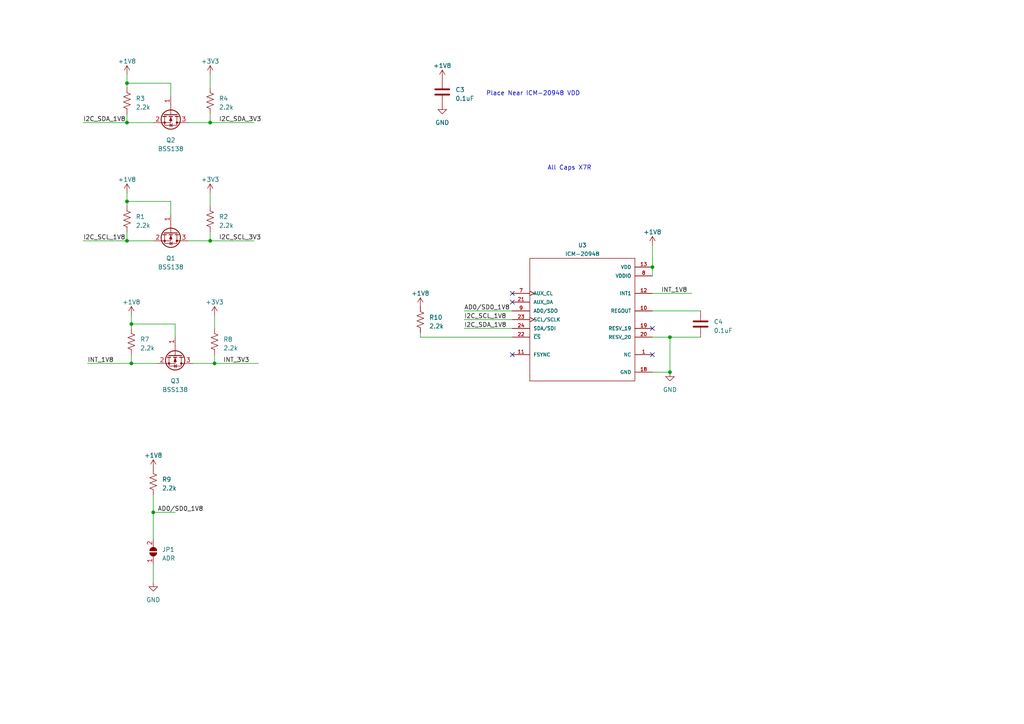
<source format=kicad_sch>
(kicad_sch (version 20230121) (generator eeschema)
  (paper "A4")
  (lib_symbols
    (symbol "Device:C" (pin_numbers hide) (pin_names (offset 0.254))
      (property "Reference" "C" (at 0.635 2.54 0))
      (property "Value" "C" (at 0.635 -2.54 0))
      (symbol "C_0_1"
        (polyline (pts (xy -2.032 -0.762) (xy 2.032 -0.762)) (stroke (width 0.508)))
        (polyline (pts (xy -2.032 0.762) (xy 2.032 0.762)) (stroke (width 0.508)))
      )
      (symbol "C_1_1"
        (pin passive line (at 0 3.81 270) (length 2.794) (name "~") (number "1"))
        (pin passive line (at 0 -3.81 90) (length 2.794) (name "~") (number "2"))
      )
    )
    (symbol "Device:R_US" (pin_numbers hide) (pin_names (offset 0))
      (property "Reference" "R" (at 2.54 0 90))
      (property "Value" "R_US" (at -2.54 0 90))
      (symbol "R_US_0_1"
        (polyline (pts (xy 0 -2.286) (xy 0 -2.54)))
        (polyline (pts (xy 0 2.286) (xy 0 2.54)))
        (polyline (pts (xy 0 -0.762) (xy 1.016 -1.143) (xy 0 -1.524) (xy -1.016 -1.905) (xy 0 -2.286)))
        (polyline (pts (xy 0 0.762) (xy 1.016 0.381) (xy 0 0) (xy -1.016 -0.381) (xy 0 -0.762)))
        (polyline (pts (xy 0 2.286) (xy 1.016 1.905) (xy 0 1.524) (xy -1.016 1.143) (xy 0 0.762)))
      )
      (symbol "R_US_1_1"
        (pin passive line (at 0 3.81 270) (length 1.27) (name "~") (number "1"))
        (pin passive line (at 0 -3.81 90) (length 1.27) (name "~") (number "2"))
      )
    )
    (symbol "Eros Tracker:ICM-20948" (pin_names (offset 1.016))
      (property "Reference" "U" (at -15.24 18.415 0))
      (property "Value" "ICM-20948" (at -15.24 -20.32 0))
      (symbol "ICM-20948_1_0"
        (polyline (pts (xy -15.24 -17.78) (xy 15.24 -17.78)))
        (polyline (pts (xy -15.24 17.78) (xy -15.24 -17.78)))
        (polyline (pts (xy 15.24 -17.78) (xy 15.24 17.78)))
        (polyline (pts (xy 15.24 17.78) (xy -15.24 17.78)))
      )
      (symbol "ICM-20948_1_1"
        (pin unspecified line (at 20.32 -10.16 180) (length 5.08) (name "NC") (number "1"))
        (pin output line (at 20.32 2.54 180) (length 5.08) (name "REGOUT") (number "10"))
        (pin input line (at -20.32 -10.16 0) (length 5.08) (name "FSYNC") (number "11"))
        (pin output line (at 20.32 7.62 180) (length 5.08) (name "INT1") (number "12"))
        (pin power_in line (at 20.32 15.24 180) (length 5.08) (name "VDD") (number "13"))
        (pin unspecified line (at 20.32 -10.16 180) (length 5.08) hide (name "NC") (number "14"))
        (pin unspecified line (at 20.32 -10.16 180) (length 5.08) hide (name "NC") (number "15"))
        (pin unspecified line (at 20.32 -10.16 180) (length 5.08) hide (name "NC") (number "16"))
        (pin unspecified line (at 20.32 -10.16 180) (length 5.08) hide (name "NC") (number "17"))
        (pin power_in line (at 20.32 -15.24 180) (length 5.08) (name "GND") (number "18"))
        (pin passive line (at 20.32 -2.54 180) (length 5.08) (name "RESV_19") (number "19"))
        (pin unspecified line (at 20.32 -10.16 180) (length 5.08) hide (name "NC") (number "2"))
        (pin passive line (at 20.32 -5.08 180) (length 5.08) (name "RESV_20") (number "20"))
        (pin bidirectional line (at -20.32 5.08 0) (length 5.08) (name "AUX_DA") (number "21"))
        (pin input line (at -20.32 -5.08 0) (length 5.08) (name "~{CS}") (number "22"))
        (pin input clock (at -20.32 0 0) (length 5.08) (name "SCL/SCLK") (number "23"))
        (pin bidirectional line (at -20.32 -2.54 0) (length 5.08) (name "SDA/SDI") (number "24"))
        (pin unspecified line (at 20.32 -10.16 180) (length 5.08) hide (name "NC") (number "3"))
        (pin unspecified line (at 20.32 -10.16 180) (length 5.08) hide (name "NC") (number "4"))
        (pin unspecified line (at 20.32 -10.16 180) (length 5.08) hide (name "NC") (number "5"))
        (pin unspecified line (at 20.32 -10.16 180) (length 5.08) hide (name "NC") (number "6"))
        (pin input clock (at -20.32 7.62 0) (length 5.08) (name "AUX_CL") (number "7"))
        (pin power_in line (at 20.32 12.7 180) (length 5.08) (name "VDDIO") (number "8"))
        (pin bidirectional line (at -20.32 2.54 0) (length 5.08) (name "AD0/SDO") (number "9"))
      )
    )
    (symbol "Jumper:SolderJumper_2_Open" (pin_names (offset 0) hide)
      (property "Reference" "JP" (at 0 2.032 0))
      (property "Value" "SolderJumper_2_Open" (at 0 -2.54 0))
      (symbol "SolderJumper_2_Open_0_1"
        (arc (start -0.254 1.016) (mid -1.2656 0) (end -0.254 -1.016))
        (arc (start -0.254 1.016) (mid -1.2656 0) (end -0.254 -1.016) (fill (type outline)))
        (polyline (pts (xy -0.254 1.016) (xy -0.254 -1.016)))
        (polyline (pts (xy 0.254 1.016) (xy 0.254 -1.016)))
        (arc (start 0.254 -1.016) (mid 1.2656 0) (end 0.254 1.016))
        (arc (start 0.254 -1.016) (mid 1.2656 0) (end 0.254 1.016) (fill (type outline)))
      )
      (symbol "SolderJumper_2_Open_1_1"
        (pin passive line (at -3.81 0 0) (length 2.54) (name "A") (number "1"))
        (pin passive line (at 3.81 0 180) (length 2.54) (name "B") (number "2"))
      )
    )
    (symbol "Transistor_FET:BSS138" (pin_names hide)
      (property "Reference" "Q" (at 5.08 1.905 0))
      (property "Value" "BSS138" (at 5.08 0 0))
      (symbol "BSS138_0_1"
        (polyline (pts (xy 0.254 0) (xy -2.54 0)))
        (polyline (pts (xy 0.254 1.905) (xy 0.254 -1.905)) (stroke (width 0.254)))
        (polyline (pts (xy 0.762 -1.27) (xy 0.762 -2.286)) (stroke (width 0.254)))
        (polyline (pts (xy 0.762 0.508) (xy 0.762 -0.508)) (stroke (width 0.254)))
        (polyline (pts (xy 0.762 2.286) (xy 0.762 1.27)) (stroke (width 0.254)))
        (polyline (pts (xy 2.54 2.54) (xy 2.54 1.778)))
        (polyline (pts (xy 2.54 -2.54) (xy 2.54 0) (xy 0.762 0)))
        (polyline (pts (xy 0.762 -1.778) (xy 3.302 -1.778) (xy 3.302 1.778) (xy 0.762 1.778)))
        (polyline (pts (xy 1.016 0) (xy 2.032 0.381) (xy 2.032 -0.381) (xy 1.016 0)) (fill (type outline)))
        (polyline (pts (xy 2.794 0.508) (xy 2.921 0.381) (xy 3.683 0.381) (xy 3.81 0.254)))
        (polyline (pts (xy 3.302 0.381) (xy 2.921 -0.254) (xy 3.683 -0.254) (xy 3.302 0.381)))
        (circle (center 1.651 0) (radius 2.794) (stroke (width 0.254)))
        (circle (center 2.54 -1.778) (radius 0.254) (fill (type outline)))
        (circle (center 2.54 1.778) (radius 0.254) (fill (type outline)))
      )
      (symbol "BSS138_1_1"
        (pin input line (at -5.08 0 0) (length 2.54) (name "G") (number "1"))
        (pin passive line (at 2.54 -5.08 90) (length 2.54) (name "S") (number "2"))
        (pin passive line (at 2.54 5.08 270) (length 2.54) (name "D") (number "3"))
      )
    )
    (symbol "power:+1V8" (power) (pin_names (offset 0))
      (property "Value" "+1V8" (at 0 3.556 0))
      (symbol "+1V8_0_1"
        (polyline (pts (xy -0.762 1.27) (xy 0 2.54)))
        (polyline (pts (xy 0 0) (xy 0 2.54)))
        (polyline (pts (xy 0 2.54) (xy 0.762 1.27)))
      )
      (symbol "+1V8_1_1"
        (pin power_in line (at 0 0 90) (length 0) hide (name "+1V8") (number "1"))
      )
    )
    (symbol "power:+3V3" (power) (pin_names (offset 0))
      (property "Value" "+3V3" (at 0 3.556 0))
      (symbol "+3V3_0_1"
        (polyline (pts (xy -0.762 1.27) (xy 0 2.54)))
        (polyline (pts (xy 0 0) (xy 0 2.54)))
        (polyline (pts (xy 0 2.54) (xy 0.762 1.27)))
      )
      (symbol "+3V3_1_1"
        (pin power_in line (at 0 0 90) (length 0) hide (name "+3V3") (number "1"))
      )
    )
    (symbol "power:GND" (power) (pin_names (offset 0))
      (property "Value" "GND" (at 0 -3.81 0))
      (symbol "GND_0_1"
        (polyline (pts (xy 0 0) (xy 0 -1.27) (xy 1.27 -1.27) (xy 0 -2.54) (xy -1.27 -1.27) (xy 0 -1.27)))
      )
      (symbol "GND_1_1"
        (pin power_in line (at 0 0 270) (length 0) hide (name "GND") (number "1"))
      )
    )
  )
  (junction (at 36.83 58.42))
  (junction (at 36.83 69.85))
  (junction (at 36.83 24.13))
  (junction (at 189.23 77.47))
  (junction (at 38.1 93.98))
  (junction (at 194.31 107.95))
  (junction (at 44.45 148.59))
  (junction (at 194.31 97.79))
  (junction (at 60.96 35.56))
  (junction (at 36.83 35.56))
  (junction (at 60.96 69.85))
  (junction (at 62.23 105.41))
  (junction (at 38.1 105.41))
  (no_connect (at 148.59 85.09))
  (no_connect (at 189.23 102.87))
  (no_connect (at 148.59 102.87))
  (no_connect (at 189.23 95.25))
  (no_connect (at 148.59 87.63))
  (wire (pts (xy 49.53 62.23) (xy 49.53 58.42)))
  (wire (pts (xy 44.45 148.59) (xy 50.8 148.59)))
  (wire (pts (xy 189.23 71.12) (xy 189.23 77.47)))
  (wire (pts (xy 134.62 92.71) (xy 148.59 92.71)))
  (wire (pts (xy 60.96 69.85) (xy 73.66 69.85)))
  (wire (pts (xy 50.8 93.98) (xy 38.1 93.98)))
  (wire (pts (xy 189.23 85.09) (xy 200.66 85.09)))
  (wire (pts (xy 55.88 105.41) (xy 62.23 105.41)))
  (wire (pts (xy 36.83 69.85) (xy 44.45 69.85)))
  (wire (pts (xy 54.61 35.56) (xy 60.96 35.56)))
  (wire (pts (xy 62.23 105.41) (xy 74.93 105.41)))
  (wire (pts (xy 38.1 93.98) (xy 38.1 95.25)))
  (wire (pts (xy 50.8 97.79) (xy 50.8 93.98)))
  (wire (pts (xy 189.23 77.47) (xy 189.23 80.01)))
  (wire (pts (xy 24.13 35.56) (xy 36.83 35.56)))
  (wire (pts (xy 25.4 105.41) (xy 38.1 105.41)))
  (wire (pts (xy 38.1 102.87) (xy 38.1 105.41)))
  (wire (pts (xy 36.83 24.13) (xy 36.83 25.4)))
  (wire (pts (xy 60.96 33.02) (xy 60.96 35.56)))
  (wire (pts (xy 60.96 35.56) (xy 73.66 35.56)))
  (wire (pts (xy 44.45 168.91) (xy 44.45 163.83)))
  (wire (pts (xy 36.83 55.88) (xy 36.83 58.42)))
  (wire (pts (xy 36.83 67.31) (xy 36.83 69.85)))
  (wire (pts (xy 60.96 21.59) (xy 60.96 25.4)))
  (wire (pts (xy 24.13 69.85) (xy 36.83 69.85)))
  (wire (pts (xy 36.83 35.56) (xy 44.45 35.56)))
  (wire (pts (xy 36.83 33.02) (xy 36.83 35.56)))
  (wire (pts (xy 38.1 91.44) (xy 38.1 93.98)))
  (wire (pts (xy 54.61 69.85) (xy 60.96 69.85)))
  (wire (pts (xy 134.62 90.17) (xy 148.59 90.17)))
  (wire (pts (xy 194.31 97.79) (xy 203.2 97.79)))
  (wire (pts (xy 189.23 90.17) (xy 203.2 90.17)))
  (wire (pts (xy 44.45 156.21) (xy 44.45 148.59)))
  (wire (pts (xy 49.53 27.94) (xy 49.53 24.13)))
  (wire (pts (xy 62.23 91.44) (xy 62.23 95.25)))
  (wire (pts (xy 49.53 58.42) (xy 36.83 58.42)))
  (wire (pts (xy 36.83 58.42) (xy 36.83 59.69)))
  (wire (pts (xy 134.62 95.25) (xy 148.59 95.25)))
  (wire (pts (xy 121.92 97.79) (xy 148.59 97.79)))
  (wire (pts (xy 44.45 143.51) (xy 44.45 148.59)))
  (wire (pts (xy 189.23 97.79) (xy 194.31 97.79)))
  (wire (pts (xy 38.1 105.41) (xy 45.72 105.41)))
  (wire (pts (xy 60.96 55.88) (xy 60.96 59.69)))
  (wire (pts (xy 36.83 21.59) (xy 36.83 24.13)))
  (wire (pts (xy 49.53 24.13) (xy 36.83 24.13)))
  (wire (pts (xy 62.23 102.87) (xy 62.23 105.41)))
  (wire (pts (xy 194.31 107.95) (xy 194.31 97.79)))
  (wire (pts (xy 189.23 107.95) (xy 194.31 107.95)))
  (wire (pts (xy 121.92 96.52) (xy 121.92 97.79)))
  (wire (pts (xy 60.96 67.31) (xy 60.96 69.85)))
  (text "Place Near ICM-20948 VDD\n" (at 140.97 27.94 0) (effects (font (size 1.27 1.27)) (justify left bottom)))
  (text "All Caps X7R" (at 158.75 49.53 0) (effects (font (size 1.27 1.27)) (justify left bottom)))
  (label "I2C_SDA_3V3" (at 63.5 35.56 0))
  (label "AD0{slash}SD0_1V8" (at 45.72 148.59 0))
  (label "I2C_SCL_1V8" (at 134.62 92.71 0))
  (label "INT_3V3" (at 64.77 105.41 0))
  (label "I2C_SCL_1V8" (at 24.13 69.85 0))
  (label "INT_1V8" (at 25.4 105.41 0))
  (label "INT_1V8" (at 191.77 85.09 0))
  (label "I2C_SDA_1V8" (at 134.62 95.25 0))
  (label "I2C_SCL_3V3" (at 63.5 69.85 0))
  (label "I2C_SDA_1V8" (at 24.13 35.56 0))
  (label "AD0{slash}SD0_1V8" (at 134.62 90.17 0))
  (symbol (lib_id "power:GND") (at 128.27 30.48 0) (unit 1)
    (property "Reference" "#PWR021" (effects hide))
    (property "Value" "GND" (at 128.27 35.56 0))
  )
  (symbol (lib_id "Eros Tracker:ICM-20948") (at 168.91 92.71 0) (unit 1)
    (property "Reference" "U3" (at 168.91 71.12 0) (effects (font (size 1.143 1.143))))
    (property "Value" "ICM-20948" (at 168.91 73.66 0) (effects (font (size 1.143 1.143))))
    (property "Footprint" "ICM-20948_QFN40P300X300X105-24N" (effects hide))
  )
  (symbol (lib_id "Device:C") (at 203.2 93.98 0) (unit 1)
    (property "Reference" "C4" (at 207.01 93.345 0) (effects (justify left)))
    (property "Value" "0.1uF" (at 207.01 95.885 0) (effects (justify left)))
  )
  (symbol (lib_id "power:+1V8") (at 121.92 88.9 0) (unit 1)
    (property "Reference" "#PWR020" (effects hide))
    (property "Value" "+1V8" (at 121.92 85.09 0))
  )
  (symbol (lib_id "Device:R_US") (at 60.96 63.5 0) (unit 1)
    (property "Reference" "R2" (at 63.5 62.865 0) (effects (justify left)))
    (property "Value" "2.2k" (at 63.5 65.405 0) (effects (justify left)))
  )
  (symbol (lib_id "power:+1V8") (at 128.27 22.86 0) (unit 1)
    (property "Reference" "#PWR022" (effects hide))
    (property "Value" "+1V8" (at 128.27 19.05 0))
  )
  (symbol (lib_id "Transistor_FET:BSS138") (at 49.53 67.31 270) (unit 1)
    (property "Reference" "Q1" (at 49.53 74.93 90))
    (property "Value" "BSS138" (at 49.53 77.47 90))
    (property "Footprint" "Package_TO_SOT_SMD:SOT-23" (effects hide))
    (property "Datasheet" "https://www.onsemi.com/pub/Collateral/BSS138-D.PDF" (effects hide))
  )
  (symbol (lib_id "power:+3V3") (at 60.96 55.88 0) (unit 1)
    (property "Reference" "#PWR07" (effects hide))
    (property "Value" "+3V3" (at 60.96 52.07 0))
  )
  (symbol (lib_id "power:+1V8") (at 44.45 135.89 0) (unit 1)
    (property "Reference" "#PWR019" (effects hide))
    (property "Value" "+1V8" (at 44.45 132.08 0))
  )
  (symbol (lib_id "Device:R_US") (at 36.83 29.21 0) (unit 1)
    (property "Reference" "R3" (at 39.37 28.575 0) (effects (justify left)))
    (property "Value" "2.2k" (at 39.37 31.115 0) (effects (justify left)))
  )
  (symbol (lib_id "power:GND") (at 194.31 107.95 0) (unit 1)
    (property "Reference" "#PWR018" (effects hide))
    (property "Value" "GND" (at 194.31 113.03 0))
  )
  (symbol (lib_id "power:+3V3") (at 60.96 21.59 0) (unit 1)
    (property "Reference" "#PWR09" (effects hide))
    (property "Value" "+3V3" (at 60.96 17.78 0))
  )
  (symbol (lib_id "Jumper:SolderJumper_2_Open") (at 44.45 160.02 90) (unit 1)
    (property "Reference" "JP1" (at 46.99 159.385 90) (effects (justify right)))
    (property "Value" "ADR" (at 46.99 161.925 90) (effects (justify right)))
  )
  (symbol (lib_id "power:+3V3") (at 62.23 91.44 0) (unit 1)
    (property "Reference" "#PWR015" (effects hide))
    (property "Value" "+3V3" (at 62.23 87.63 0))
  )
  (symbol (lib_id "Device:R_US") (at 44.45 139.7 0) (unit 1)
    (property "Reference" "R9" (at 46.99 139.065 0) (effects (justify left)))
    (property "Value" "2.2k" (at 46.99 141.605 0) (effects (justify left)))
  )
  (symbol (lib_id "Device:R_US") (at 36.83 63.5 0) (unit 1)
    (property "Reference" "R1" (at 39.37 62.865 0) (effects (justify left)))
    (property "Value" "2.2k" (at 39.37 65.405 0) (effects (justify left)))
  )
  (symbol (lib_id "Device:R_US") (at 38.1 99.06 0) (unit 1)
    (property "Reference" "R7" (at 40.64 98.425 0) (effects (justify left)))
    (property "Value" "2.2k" (at 40.64 100.965 0) (effects (justify left)))
  )
  (symbol (lib_id "Device:R_US") (at 62.23 99.06 0) (unit 1)
    (property "Reference" "R8" (at 64.77 98.425 0) (effects (justify left)))
    (property "Value" "2.2k" (at 64.77 100.965 0) (effects (justify left)))
  )
  (symbol (lib_id "Device:C") (at 128.27 26.67 0) (unit 1)
    (property "Reference" "C3" (at 132.08 26.035 0) (effects (justify left)))
    (property "Value" "0.1uF" (at 132.08 28.575 0) (effects (justify left)))
  )
  (symbol (lib_id "power:+1V8") (at 189.23 71.12 0) (unit 1)
    (property "Reference" "#PWR017" (effects hide))
    (property "Value" "+1V8" (at 189.23 67.31 0))
  )
  (symbol (lib_id "Device:R_US") (at 121.92 92.71 0) (unit 1)
    (property "Reference" "R10" (at 124.46 92.075 0) (effects (justify left)))
    (property "Value" "2.2k" (at 124.46 94.615 0) (effects (justify left)))
  )
  (symbol (lib_id "power:+1V8") (at 38.1 91.44 0) (unit 1)
    (property "Reference" "#PWR014" (effects hide))
    (property "Value" "+1V8" (at 38.1 87.63 0))
  )
  (symbol (lib_id "Transistor_FET:BSS138") (at 50.8 102.87 270) (unit 1)
    (property "Reference" "Q3" (at 50.8 110.49 90))
    (property "Value" "BSS138" (at 50.8 113.03 90))
    (property "Footprint" "Package_TO_SOT_SMD:SOT-23" (effects hide))
    (property "Datasheet" "https://www.onsemi.com/pub/Collateral/BSS138-D.PDF" (effects hide))
  )
  (symbol (lib_id "Device:R_US") (at 60.96 29.21 0) (unit 1)
    (property "Reference" "R4" (at 63.5 28.575 0) (effects (justify left)))
    (property "Value" "2.2k" (at 63.5 31.115 0) (effects (justify left)))
  )
  (symbol (lib_id "Transistor_FET:BSS138") (at 49.53 33.02 270) (unit 1)
    (property "Reference" "Q2" (at 49.53 40.64 90))
    (property "Value" "BSS138" (at 49.53 43.18 90))
    (property "Footprint" "Package_TO_SOT_SMD:SOT-23" (effects hide))
    (property "Datasheet" "https://www.onsemi.com/pub/Collateral/BSS138-D.PDF" (effects hide))
  )
  (symbol (lib_id "power:GND") (at 44.45 168.91 0) (unit 1)
    (property "Reference" "#PWR016" (effects hide))
    (property "Value" "GND" (at 44.45 173.99 0))
  )
  (symbol (lib_id "power:+1V8") (at 36.83 55.88 0) (unit 1)
    (property "Reference" "#PWR06" (effects hide))
    (property "Value" "+1V8" (at 36.83 52.07 0))
  )
  (symbol (lib_id "power:+1V8") (at 36.83 21.59 0) (unit 1)
    (property "Reference" "#PWR08" (effects hide))
    (property "Value" "+1V8" (at 36.83 17.78 0))
  )
)
</source>
